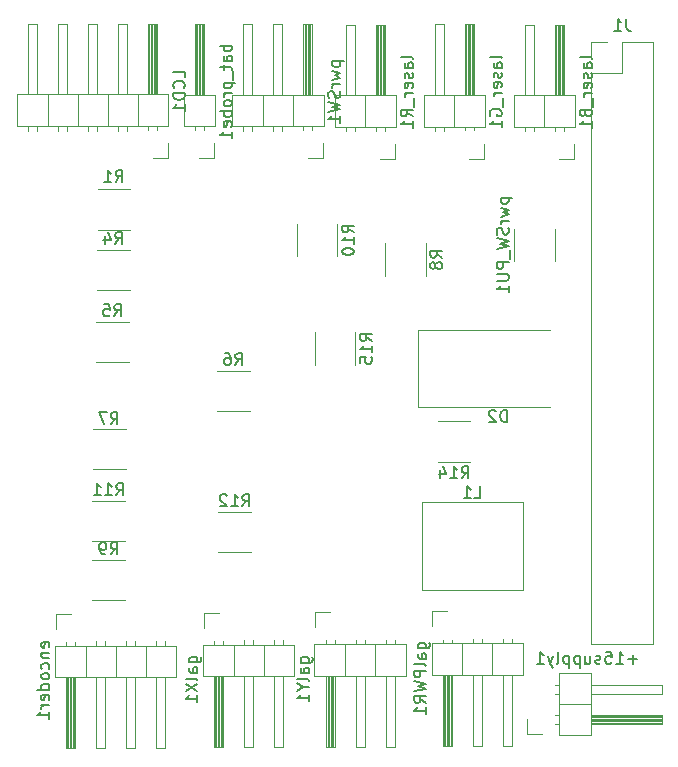
<source format=gbr>
%TF.GenerationSoftware,KiCad,Pcbnew,7.0.10*%
%TF.CreationDate,2024-01-28T16:57:24+01:00*%
%TF.ProjectId,pcb,7063622e-6b69-4636-9164-5f7063625858,rev?*%
%TF.SameCoordinates,Original*%
%TF.FileFunction,Legend,Bot*%
%TF.FilePolarity,Positive*%
%FSLAX46Y46*%
G04 Gerber Fmt 4.6, Leading zero omitted, Abs format (unit mm)*
G04 Created by KiCad (PCBNEW 7.0.10) date 2024-01-28 16:57:24*
%MOMM*%
%LPD*%
G01*
G04 APERTURE LIST*
%ADD10C,0.150000*%
%ADD11C,0.120000*%
G04 APERTURE END LIST*
D10*
X265611266Y-62675219D02*
X266087456Y-62675219D01*
X266087456Y-62675219D02*
X266087456Y-61675219D01*
X264754123Y-62675219D02*
X265325551Y-62675219D01*
X265039837Y-62675219D02*
X265039837Y-61675219D01*
X265039837Y-61675219D02*
X265135075Y-61818076D01*
X265135075Y-61818076D02*
X265230313Y-61913314D01*
X265230313Y-61913314D02*
X265325551Y-61960933D01*
X235218266Y-41162619D02*
X235551599Y-40686428D01*
X235789694Y-41162619D02*
X235789694Y-40162619D01*
X235789694Y-40162619D02*
X235408742Y-40162619D01*
X235408742Y-40162619D02*
X235313504Y-40210238D01*
X235313504Y-40210238D02*
X235265885Y-40257857D01*
X235265885Y-40257857D02*
X235218266Y-40353095D01*
X235218266Y-40353095D02*
X235218266Y-40495952D01*
X235218266Y-40495952D02*
X235265885Y-40591190D01*
X235265885Y-40591190D02*
X235313504Y-40638809D01*
X235313504Y-40638809D02*
X235408742Y-40686428D01*
X235408742Y-40686428D02*
X235789694Y-40686428D01*
X234361123Y-40495952D02*
X234361123Y-41162619D01*
X234599218Y-40115000D02*
X234837313Y-40829285D01*
X234837313Y-40829285D02*
X234218266Y-40829285D01*
X275551219Y-25452266D02*
X275503600Y-25357028D01*
X275503600Y-25357028D02*
X275408361Y-25309409D01*
X275408361Y-25309409D02*
X274551219Y-25309409D01*
X275551219Y-26261790D02*
X275027409Y-26261790D01*
X275027409Y-26261790D02*
X274932171Y-26214171D01*
X274932171Y-26214171D02*
X274884552Y-26118933D01*
X274884552Y-26118933D02*
X274884552Y-25928457D01*
X274884552Y-25928457D02*
X274932171Y-25833219D01*
X275503600Y-26261790D02*
X275551219Y-26166552D01*
X275551219Y-26166552D02*
X275551219Y-25928457D01*
X275551219Y-25928457D02*
X275503600Y-25833219D01*
X275503600Y-25833219D02*
X275408361Y-25785600D01*
X275408361Y-25785600D02*
X275313123Y-25785600D01*
X275313123Y-25785600D02*
X275217885Y-25833219D01*
X275217885Y-25833219D02*
X275170266Y-25928457D01*
X275170266Y-25928457D02*
X275170266Y-26166552D01*
X275170266Y-26166552D02*
X275122647Y-26261790D01*
X275503600Y-26690362D02*
X275551219Y-26785600D01*
X275551219Y-26785600D02*
X275551219Y-26976076D01*
X275551219Y-26976076D02*
X275503600Y-27071314D01*
X275503600Y-27071314D02*
X275408361Y-27118933D01*
X275408361Y-27118933D02*
X275360742Y-27118933D01*
X275360742Y-27118933D02*
X275265504Y-27071314D01*
X275265504Y-27071314D02*
X275217885Y-26976076D01*
X275217885Y-26976076D02*
X275217885Y-26833219D01*
X275217885Y-26833219D02*
X275170266Y-26737981D01*
X275170266Y-26737981D02*
X275075028Y-26690362D01*
X275075028Y-26690362D02*
X275027409Y-26690362D01*
X275027409Y-26690362D02*
X274932171Y-26737981D01*
X274932171Y-26737981D02*
X274884552Y-26833219D01*
X274884552Y-26833219D02*
X274884552Y-26976076D01*
X274884552Y-26976076D02*
X274932171Y-27071314D01*
X275503600Y-27928457D02*
X275551219Y-27833219D01*
X275551219Y-27833219D02*
X275551219Y-27642743D01*
X275551219Y-27642743D02*
X275503600Y-27547505D01*
X275503600Y-27547505D02*
X275408361Y-27499886D01*
X275408361Y-27499886D02*
X275027409Y-27499886D01*
X275027409Y-27499886D02*
X274932171Y-27547505D01*
X274932171Y-27547505D02*
X274884552Y-27642743D01*
X274884552Y-27642743D02*
X274884552Y-27833219D01*
X274884552Y-27833219D02*
X274932171Y-27928457D01*
X274932171Y-27928457D02*
X275027409Y-27976076D01*
X275027409Y-27976076D02*
X275122647Y-27976076D01*
X275122647Y-27976076D02*
X275217885Y-27499886D01*
X275551219Y-28404648D02*
X274884552Y-28404648D01*
X275075028Y-28404648D02*
X274979790Y-28452267D01*
X274979790Y-28452267D02*
X274932171Y-28499886D01*
X274932171Y-28499886D02*
X274884552Y-28595124D01*
X274884552Y-28595124D02*
X274884552Y-28690362D01*
X275646457Y-28785601D02*
X275646457Y-29547505D01*
X275027409Y-30118934D02*
X275075028Y-30261791D01*
X275075028Y-30261791D02*
X275122647Y-30309410D01*
X275122647Y-30309410D02*
X275217885Y-30357029D01*
X275217885Y-30357029D02*
X275360742Y-30357029D01*
X275360742Y-30357029D02*
X275455980Y-30309410D01*
X275455980Y-30309410D02*
X275503600Y-30261791D01*
X275503600Y-30261791D02*
X275551219Y-30166553D01*
X275551219Y-30166553D02*
X275551219Y-29785601D01*
X275551219Y-29785601D02*
X274551219Y-29785601D01*
X274551219Y-29785601D02*
X274551219Y-30118934D01*
X274551219Y-30118934D02*
X274598838Y-30214172D01*
X274598838Y-30214172D02*
X274646457Y-30261791D01*
X274646457Y-30261791D02*
X274741695Y-30309410D01*
X274741695Y-30309410D02*
X274836933Y-30309410D01*
X274836933Y-30309410D02*
X274932171Y-30261791D01*
X274932171Y-30261791D02*
X274979790Y-30214172D01*
X274979790Y-30214172D02*
X275027409Y-30118934D01*
X275027409Y-30118934D02*
X275027409Y-29785601D01*
X275551219Y-31309410D02*
X275551219Y-30737982D01*
X275551219Y-31023696D02*
X274551219Y-31023696D01*
X274551219Y-31023696D02*
X274694076Y-30928458D01*
X274694076Y-30928458D02*
X274789314Y-30833220D01*
X274789314Y-30833220D02*
X274836933Y-30737982D01*
X245393666Y-51398819D02*
X245726999Y-50922628D01*
X245965094Y-51398819D02*
X245965094Y-50398819D01*
X245965094Y-50398819D02*
X245584142Y-50398819D01*
X245584142Y-50398819D02*
X245488904Y-50446438D01*
X245488904Y-50446438D02*
X245441285Y-50494057D01*
X245441285Y-50494057D02*
X245393666Y-50589295D01*
X245393666Y-50589295D02*
X245393666Y-50732152D01*
X245393666Y-50732152D02*
X245441285Y-50827390D01*
X245441285Y-50827390D02*
X245488904Y-50875009D01*
X245488904Y-50875009D02*
X245584142Y-50922628D01*
X245584142Y-50922628D02*
X245965094Y-50922628D01*
X244536523Y-50398819D02*
X244726999Y-50398819D01*
X244726999Y-50398819D02*
X244822237Y-50446438D01*
X244822237Y-50446438D02*
X244869856Y-50494057D01*
X244869856Y-50494057D02*
X244965094Y-50636914D01*
X244965094Y-50636914D02*
X245012713Y-50827390D01*
X245012713Y-50827390D02*
X245012713Y-51208342D01*
X245012713Y-51208342D02*
X244965094Y-51303580D01*
X244965094Y-51303580D02*
X244917475Y-51351200D01*
X244917475Y-51351200D02*
X244822237Y-51398819D01*
X244822237Y-51398819D02*
X244631761Y-51398819D01*
X244631761Y-51398819D02*
X244536523Y-51351200D01*
X244536523Y-51351200D02*
X244488904Y-51303580D01*
X244488904Y-51303580D02*
X244441285Y-51208342D01*
X244441285Y-51208342D02*
X244441285Y-50970247D01*
X244441285Y-50970247D02*
X244488904Y-50875009D01*
X244488904Y-50875009D02*
X244536523Y-50827390D01*
X244536523Y-50827390D02*
X244631761Y-50779771D01*
X244631761Y-50779771D02*
X244822237Y-50779771D01*
X244822237Y-50779771D02*
X244917475Y-50827390D01*
X244917475Y-50827390D02*
X244965094Y-50875009D01*
X244965094Y-50875009D02*
X245012713Y-50970247D01*
X279397885Y-76299266D02*
X278635981Y-76299266D01*
X279016933Y-76680219D02*
X279016933Y-75918314D01*
X277635981Y-76680219D02*
X278207409Y-76680219D01*
X277921695Y-76680219D02*
X277921695Y-75680219D01*
X277921695Y-75680219D02*
X278016933Y-75823076D01*
X278016933Y-75823076D02*
X278112171Y-75918314D01*
X278112171Y-75918314D02*
X278207409Y-75965933D01*
X276731219Y-75680219D02*
X277207409Y-75680219D01*
X277207409Y-75680219D02*
X277255028Y-76156409D01*
X277255028Y-76156409D02*
X277207409Y-76108790D01*
X277207409Y-76108790D02*
X277112171Y-76061171D01*
X277112171Y-76061171D02*
X276874076Y-76061171D01*
X276874076Y-76061171D02*
X276778838Y-76108790D01*
X276778838Y-76108790D02*
X276731219Y-76156409D01*
X276731219Y-76156409D02*
X276683600Y-76251647D01*
X276683600Y-76251647D02*
X276683600Y-76489742D01*
X276683600Y-76489742D02*
X276731219Y-76584980D01*
X276731219Y-76584980D02*
X276778838Y-76632600D01*
X276778838Y-76632600D02*
X276874076Y-76680219D01*
X276874076Y-76680219D02*
X277112171Y-76680219D01*
X277112171Y-76680219D02*
X277207409Y-76632600D01*
X277207409Y-76632600D02*
X277255028Y-76584980D01*
X276302647Y-76632600D02*
X276207409Y-76680219D01*
X276207409Y-76680219D02*
X276016933Y-76680219D01*
X276016933Y-76680219D02*
X275921695Y-76632600D01*
X275921695Y-76632600D02*
X275874076Y-76537361D01*
X275874076Y-76537361D02*
X275874076Y-76489742D01*
X275874076Y-76489742D02*
X275921695Y-76394504D01*
X275921695Y-76394504D02*
X276016933Y-76346885D01*
X276016933Y-76346885D02*
X276159790Y-76346885D01*
X276159790Y-76346885D02*
X276255028Y-76299266D01*
X276255028Y-76299266D02*
X276302647Y-76204028D01*
X276302647Y-76204028D02*
X276302647Y-76156409D01*
X276302647Y-76156409D02*
X276255028Y-76061171D01*
X276255028Y-76061171D02*
X276159790Y-76013552D01*
X276159790Y-76013552D02*
X276016933Y-76013552D01*
X276016933Y-76013552D02*
X275921695Y-76061171D01*
X275016933Y-76013552D02*
X275016933Y-76680219D01*
X275445504Y-76013552D02*
X275445504Y-76537361D01*
X275445504Y-76537361D02*
X275397885Y-76632600D01*
X275397885Y-76632600D02*
X275302647Y-76680219D01*
X275302647Y-76680219D02*
X275159790Y-76680219D01*
X275159790Y-76680219D02*
X275064552Y-76632600D01*
X275064552Y-76632600D02*
X275016933Y-76584980D01*
X274540742Y-76013552D02*
X274540742Y-77013552D01*
X274540742Y-76061171D02*
X274445504Y-76013552D01*
X274445504Y-76013552D02*
X274255028Y-76013552D01*
X274255028Y-76013552D02*
X274159790Y-76061171D01*
X274159790Y-76061171D02*
X274112171Y-76108790D01*
X274112171Y-76108790D02*
X274064552Y-76204028D01*
X274064552Y-76204028D02*
X274064552Y-76489742D01*
X274064552Y-76489742D02*
X274112171Y-76584980D01*
X274112171Y-76584980D02*
X274159790Y-76632600D01*
X274159790Y-76632600D02*
X274255028Y-76680219D01*
X274255028Y-76680219D02*
X274445504Y-76680219D01*
X274445504Y-76680219D02*
X274540742Y-76632600D01*
X273635980Y-76013552D02*
X273635980Y-77013552D01*
X273635980Y-76061171D02*
X273540742Y-76013552D01*
X273540742Y-76013552D02*
X273350266Y-76013552D01*
X273350266Y-76013552D02*
X273255028Y-76061171D01*
X273255028Y-76061171D02*
X273207409Y-76108790D01*
X273207409Y-76108790D02*
X273159790Y-76204028D01*
X273159790Y-76204028D02*
X273159790Y-76489742D01*
X273159790Y-76489742D02*
X273207409Y-76584980D01*
X273207409Y-76584980D02*
X273255028Y-76632600D01*
X273255028Y-76632600D02*
X273350266Y-76680219D01*
X273350266Y-76680219D02*
X273540742Y-76680219D01*
X273540742Y-76680219D02*
X273635980Y-76632600D01*
X272588361Y-76680219D02*
X272683599Y-76632600D01*
X272683599Y-76632600D02*
X272731218Y-76537361D01*
X272731218Y-76537361D02*
X272731218Y-75680219D01*
X272302646Y-76013552D02*
X272064551Y-76680219D01*
X271826456Y-76013552D02*
X272064551Y-76680219D01*
X272064551Y-76680219D02*
X272159789Y-76918314D01*
X272159789Y-76918314D02*
X272207408Y-76965933D01*
X272207408Y-76965933D02*
X272302646Y-77013552D01*
X270921694Y-76680219D02*
X271493122Y-76680219D01*
X271207408Y-76680219D02*
X271207408Y-75680219D01*
X271207408Y-75680219D02*
X271302646Y-75823076D01*
X271302646Y-75823076D02*
X271397884Y-75918314D01*
X271397884Y-75918314D02*
X271493122Y-75965933D01*
X256952419Y-49369742D02*
X256476228Y-49036409D01*
X256952419Y-48798314D02*
X255952419Y-48798314D01*
X255952419Y-48798314D02*
X255952419Y-49179266D01*
X255952419Y-49179266D02*
X256000038Y-49274504D01*
X256000038Y-49274504D02*
X256047657Y-49322123D01*
X256047657Y-49322123D02*
X256142895Y-49369742D01*
X256142895Y-49369742D02*
X256285752Y-49369742D01*
X256285752Y-49369742D02*
X256380990Y-49322123D01*
X256380990Y-49322123D02*
X256428609Y-49274504D01*
X256428609Y-49274504D02*
X256476228Y-49179266D01*
X256476228Y-49179266D02*
X256476228Y-48798314D01*
X256952419Y-50322123D02*
X256952419Y-49750695D01*
X256952419Y-50036409D02*
X255952419Y-50036409D01*
X255952419Y-50036409D02*
X256095276Y-49941171D01*
X256095276Y-49941171D02*
X256190514Y-49845933D01*
X256190514Y-49845933D02*
X256238133Y-49750695D01*
X255952419Y-51226885D02*
X255952419Y-50750695D01*
X255952419Y-50750695D02*
X256428609Y-50703076D01*
X256428609Y-50703076D02*
X256380990Y-50750695D01*
X256380990Y-50750695D02*
X256333371Y-50845933D01*
X256333371Y-50845933D02*
X256333371Y-51084028D01*
X256333371Y-51084028D02*
X256380990Y-51179266D01*
X256380990Y-51179266D02*
X256428609Y-51226885D01*
X256428609Y-51226885D02*
X256523847Y-51274504D01*
X256523847Y-51274504D02*
X256761942Y-51274504D01*
X256761942Y-51274504D02*
X256857180Y-51226885D01*
X256857180Y-51226885D02*
X256904800Y-51179266D01*
X256904800Y-51179266D02*
X256952419Y-51084028D01*
X256952419Y-51084028D02*
X256952419Y-50845933D01*
X256952419Y-50845933D02*
X256904800Y-50750695D01*
X256904800Y-50750695D02*
X256857180Y-50703076D01*
X245982857Y-63362219D02*
X246316190Y-62886028D01*
X246554285Y-63362219D02*
X246554285Y-62362219D01*
X246554285Y-62362219D02*
X246173333Y-62362219D01*
X246173333Y-62362219D02*
X246078095Y-62409838D01*
X246078095Y-62409838D02*
X246030476Y-62457457D01*
X246030476Y-62457457D02*
X245982857Y-62552695D01*
X245982857Y-62552695D02*
X245982857Y-62695552D01*
X245982857Y-62695552D02*
X246030476Y-62790790D01*
X246030476Y-62790790D02*
X246078095Y-62838409D01*
X246078095Y-62838409D02*
X246173333Y-62886028D01*
X246173333Y-62886028D02*
X246554285Y-62886028D01*
X245030476Y-63362219D02*
X245601904Y-63362219D01*
X245316190Y-63362219D02*
X245316190Y-62362219D01*
X245316190Y-62362219D02*
X245411428Y-62505076D01*
X245411428Y-62505076D02*
X245506666Y-62600314D01*
X245506666Y-62600314D02*
X245601904Y-62647933D01*
X244649523Y-62457457D02*
X244601904Y-62409838D01*
X244601904Y-62409838D02*
X244506666Y-62362219D01*
X244506666Y-62362219D02*
X244268571Y-62362219D01*
X244268571Y-62362219D02*
X244173333Y-62409838D01*
X244173333Y-62409838D02*
X244125714Y-62457457D01*
X244125714Y-62457457D02*
X244078095Y-62552695D01*
X244078095Y-62552695D02*
X244078095Y-62647933D01*
X244078095Y-62647933D02*
X244125714Y-62790790D01*
X244125714Y-62790790D02*
X244697142Y-63362219D01*
X244697142Y-63362219D02*
X244078095Y-63362219D01*
X245066219Y-24349237D02*
X244066219Y-24349237D01*
X244447171Y-24349237D02*
X244399552Y-24444475D01*
X244399552Y-24444475D02*
X244399552Y-24634951D01*
X244399552Y-24634951D02*
X244447171Y-24730189D01*
X244447171Y-24730189D02*
X244494790Y-24777808D01*
X244494790Y-24777808D02*
X244590028Y-24825427D01*
X244590028Y-24825427D02*
X244875742Y-24825427D01*
X244875742Y-24825427D02*
X244970980Y-24777808D01*
X244970980Y-24777808D02*
X245018600Y-24730189D01*
X245018600Y-24730189D02*
X245066219Y-24634951D01*
X245066219Y-24634951D02*
X245066219Y-24444475D01*
X245066219Y-24444475D02*
X245018600Y-24349237D01*
X245066219Y-25682570D02*
X244542409Y-25682570D01*
X244542409Y-25682570D02*
X244447171Y-25634951D01*
X244447171Y-25634951D02*
X244399552Y-25539713D01*
X244399552Y-25539713D02*
X244399552Y-25349237D01*
X244399552Y-25349237D02*
X244447171Y-25253999D01*
X245018600Y-25682570D02*
X245066219Y-25587332D01*
X245066219Y-25587332D02*
X245066219Y-25349237D01*
X245066219Y-25349237D02*
X245018600Y-25253999D01*
X245018600Y-25253999D02*
X244923361Y-25206380D01*
X244923361Y-25206380D02*
X244828123Y-25206380D01*
X244828123Y-25206380D02*
X244732885Y-25253999D01*
X244732885Y-25253999D02*
X244685266Y-25349237D01*
X244685266Y-25349237D02*
X244685266Y-25587332D01*
X244685266Y-25587332D02*
X244637647Y-25682570D01*
X244399552Y-26015904D02*
X244399552Y-26396856D01*
X244066219Y-26158761D02*
X244923361Y-26158761D01*
X244923361Y-26158761D02*
X245018600Y-26206380D01*
X245018600Y-26206380D02*
X245066219Y-26301618D01*
X245066219Y-26301618D02*
X245066219Y-26396856D01*
X245161457Y-26492095D02*
X245161457Y-27253999D01*
X244399552Y-27492095D02*
X245399552Y-27492095D01*
X244447171Y-27492095D02*
X244399552Y-27587333D01*
X244399552Y-27587333D02*
X244399552Y-27777809D01*
X244399552Y-27777809D02*
X244447171Y-27873047D01*
X244447171Y-27873047D02*
X244494790Y-27920666D01*
X244494790Y-27920666D02*
X244590028Y-27968285D01*
X244590028Y-27968285D02*
X244875742Y-27968285D01*
X244875742Y-27968285D02*
X244970980Y-27920666D01*
X244970980Y-27920666D02*
X245018600Y-27873047D01*
X245018600Y-27873047D02*
X245066219Y-27777809D01*
X245066219Y-27777809D02*
X245066219Y-27587333D01*
X245066219Y-27587333D02*
X245018600Y-27492095D01*
X245066219Y-28396857D02*
X244399552Y-28396857D01*
X244590028Y-28396857D02*
X244494790Y-28444476D01*
X244494790Y-28444476D02*
X244447171Y-28492095D01*
X244447171Y-28492095D02*
X244399552Y-28587333D01*
X244399552Y-28587333D02*
X244399552Y-28682571D01*
X245066219Y-29158762D02*
X245018600Y-29063524D01*
X245018600Y-29063524D02*
X244970980Y-29015905D01*
X244970980Y-29015905D02*
X244875742Y-28968286D01*
X244875742Y-28968286D02*
X244590028Y-28968286D01*
X244590028Y-28968286D02*
X244494790Y-29015905D01*
X244494790Y-29015905D02*
X244447171Y-29063524D01*
X244447171Y-29063524D02*
X244399552Y-29158762D01*
X244399552Y-29158762D02*
X244399552Y-29301619D01*
X244399552Y-29301619D02*
X244447171Y-29396857D01*
X244447171Y-29396857D02*
X244494790Y-29444476D01*
X244494790Y-29444476D02*
X244590028Y-29492095D01*
X244590028Y-29492095D02*
X244875742Y-29492095D01*
X244875742Y-29492095D02*
X244970980Y-29444476D01*
X244970980Y-29444476D02*
X245018600Y-29396857D01*
X245018600Y-29396857D02*
X245066219Y-29301619D01*
X245066219Y-29301619D02*
X245066219Y-29158762D01*
X245066219Y-29920667D02*
X244066219Y-29920667D01*
X244447171Y-29920667D02*
X244399552Y-30015905D01*
X244399552Y-30015905D02*
X244399552Y-30206381D01*
X244399552Y-30206381D02*
X244447171Y-30301619D01*
X244447171Y-30301619D02*
X244494790Y-30349238D01*
X244494790Y-30349238D02*
X244590028Y-30396857D01*
X244590028Y-30396857D02*
X244875742Y-30396857D01*
X244875742Y-30396857D02*
X244970980Y-30349238D01*
X244970980Y-30349238D02*
X245018600Y-30301619D01*
X245018600Y-30301619D02*
X245066219Y-30206381D01*
X245066219Y-30206381D02*
X245066219Y-30015905D01*
X245066219Y-30015905D02*
X245018600Y-29920667D01*
X245018600Y-31206381D02*
X245066219Y-31111143D01*
X245066219Y-31111143D02*
X245066219Y-30920667D01*
X245066219Y-30920667D02*
X245018600Y-30825429D01*
X245018600Y-30825429D02*
X244923361Y-30777810D01*
X244923361Y-30777810D02*
X244542409Y-30777810D01*
X244542409Y-30777810D02*
X244447171Y-30825429D01*
X244447171Y-30825429D02*
X244399552Y-30920667D01*
X244399552Y-30920667D02*
X244399552Y-31111143D01*
X244399552Y-31111143D02*
X244447171Y-31206381D01*
X244447171Y-31206381D02*
X244542409Y-31254000D01*
X244542409Y-31254000D02*
X244637647Y-31254000D01*
X244637647Y-31254000D02*
X244732885Y-30777810D01*
X245066219Y-32206381D02*
X245066219Y-31634953D01*
X245066219Y-31920667D02*
X244066219Y-31920667D01*
X244066219Y-31920667D02*
X244209076Y-31825429D01*
X244209076Y-31825429D02*
X244304314Y-31730191D01*
X244304314Y-31730191D02*
X244351933Y-31634953D01*
X264548857Y-60991419D02*
X264882190Y-60515228D01*
X265120285Y-60991419D02*
X265120285Y-59991419D01*
X265120285Y-59991419D02*
X264739333Y-59991419D01*
X264739333Y-59991419D02*
X264644095Y-60039038D01*
X264644095Y-60039038D02*
X264596476Y-60086657D01*
X264596476Y-60086657D02*
X264548857Y-60181895D01*
X264548857Y-60181895D02*
X264548857Y-60324752D01*
X264548857Y-60324752D02*
X264596476Y-60419990D01*
X264596476Y-60419990D02*
X264644095Y-60467609D01*
X264644095Y-60467609D02*
X264739333Y-60515228D01*
X264739333Y-60515228D02*
X265120285Y-60515228D01*
X263596476Y-60991419D02*
X264167904Y-60991419D01*
X263882190Y-60991419D02*
X263882190Y-59991419D01*
X263882190Y-59991419D02*
X263977428Y-60134276D01*
X263977428Y-60134276D02*
X264072666Y-60229514D01*
X264072666Y-60229514D02*
X264167904Y-60277133D01*
X262739333Y-60324752D02*
X262739333Y-60991419D01*
X262977428Y-59943800D02*
X263215523Y-60658085D01*
X263215523Y-60658085D02*
X262596476Y-60658085D01*
X278463333Y-22084819D02*
X278463333Y-22799104D01*
X278463333Y-22799104D02*
X278510952Y-22941961D01*
X278510952Y-22941961D02*
X278606190Y-23037200D01*
X278606190Y-23037200D02*
X278749047Y-23084819D01*
X278749047Y-23084819D02*
X278844285Y-23084819D01*
X277463333Y-23084819D02*
X278034761Y-23084819D01*
X277749047Y-23084819D02*
X277749047Y-22084819D01*
X277749047Y-22084819D02*
X277844285Y-22227676D01*
X277844285Y-22227676D02*
X277939523Y-22322914D01*
X277939523Y-22322914D02*
X278034761Y-22370533D01*
X267931219Y-25426866D02*
X267883600Y-25331628D01*
X267883600Y-25331628D02*
X267788361Y-25284009D01*
X267788361Y-25284009D02*
X266931219Y-25284009D01*
X267931219Y-26236390D02*
X267407409Y-26236390D01*
X267407409Y-26236390D02*
X267312171Y-26188771D01*
X267312171Y-26188771D02*
X267264552Y-26093533D01*
X267264552Y-26093533D02*
X267264552Y-25903057D01*
X267264552Y-25903057D02*
X267312171Y-25807819D01*
X267883600Y-26236390D02*
X267931219Y-26141152D01*
X267931219Y-26141152D02*
X267931219Y-25903057D01*
X267931219Y-25903057D02*
X267883600Y-25807819D01*
X267883600Y-25807819D02*
X267788361Y-25760200D01*
X267788361Y-25760200D02*
X267693123Y-25760200D01*
X267693123Y-25760200D02*
X267597885Y-25807819D01*
X267597885Y-25807819D02*
X267550266Y-25903057D01*
X267550266Y-25903057D02*
X267550266Y-26141152D01*
X267550266Y-26141152D02*
X267502647Y-26236390D01*
X267883600Y-26664962D02*
X267931219Y-26760200D01*
X267931219Y-26760200D02*
X267931219Y-26950676D01*
X267931219Y-26950676D02*
X267883600Y-27045914D01*
X267883600Y-27045914D02*
X267788361Y-27093533D01*
X267788361Y-27093533D02*
X267740742Y-27093533D01*
X267740742Y-27093533D02*
X267645504Y-27045914D01*
X267645504Y-27045914D02*
X267597885Y-26950676D01*
X267597885Y-26950676D02*
X267597885Y-26807819D01*
X267597885Y-26807819D02*
X267550266Y-26712581D01*
X267550266Y-26712581D02*
X267455028Y-26664962D01*
X267455028Y-26664962D02*
X267407409Y-26664962D01*
X267407409Y-26664962D02*
X267312171Y-26712581D01*
X267312171Y-26712581D02*
X267264552Y-26807819D01*
X267264552Y-26807819D02*
X267264552Y-26950676D01*
X267264552Y-26950676D02*
X267312171Y-27045914D01*
X267883600Y-27903057D02*
X267931219Y-27807819D01*
X267931219Y-27807819D02*
X267931219Y-27617343D01*
X267931219Y-27617343D02*
X267883600Y-27522105D01*
X267883600Y-27522105D02*
X267788361Y-27474486D01*
X267788361Y-27474486D02*
X267407409Y-27474486D01*
X267407409Y-27474486D02*
X267312171Y-27522105D01*
X267312171Y-27522105D02*
X267264552Y-27617343D01*
X267264552Y-27617343D02*
X267264552Y-27807819D01*
X267264552Y-27807819D02*
X267312171Y-27903057D01*
X267312171Y-27903057D02*
X267407409Y-27950676D01*
X267407409Y-27950676D02*
X267502647Y-27950676D01*
X267502647Y-27950676D02*
X267597885Y-27474486D01*
X267931219Y-28379248D02*
X267264552Y-28379248D01*
X267455028Y-28379248D02*
X267359790Y-28426867D01*
X267359790Y-28426867D02*
X267312171Y-28474486D01*
X267312171Y-28474486D02*
X267264552Y-28569724D01*
X267264552Y-28569724D02*
X267264552Y-28664962D01*
X268026457Y-28760201D02*
X268026457Y-29522105D01*
X266978838Y-30284010D02*
X266931219Y-30188772D01*
X266931219Y-30188772D02*
X266931219Y-30045915D01*
X266931219Y-30045915D02*
X266978838Y-29903058D01*
X266978838Y-29903058D02*
X267074076Y-29807820D01*
X267074076Y-29807820D02*
X267169314Y-29760201D01*
X267169314Y-29760201D02*
X267359790Y-29712582D01*
X267359790Y-29712582D02*
X267502647Y-29712582D01*
X267502647Y-29712582D02*
X267693123Y-29760201D01*
X267693123Y-29760201D02*
X267788361Y-29807820D01*
X267788361Y-29807820D02*
X267883600Y-29903058D01*
X267883600Y-29903058D02*
X267931219Y-30045915D01*
X267931219Y-30045915D02*
X267931219Y-30141153D01*
X267931219Y-30141153D02*
X267883600Y-30284010D01*
X267883600Y-30284010D02*
X267835980Y-30331629D01*
X267835980Y-30331629D02*
X267502647Y-30331629D01*
X267502647Y-30331629D02*
X267502647Y-30141153D01*
X267931219Y-31284010D02*
X267931219Y-30712582D01*
X267931219Y-30998296D02*
X266931219Y-30998296D01*
X266931219Y-30998296D02*
X267074076Y-30903058D01*
X267074076Y-30903058D02*
X267169314Y-30807820D01*
X267169314Y-30807820D02*
X267216933Y-30712582D01*
X234837266Y-67426219D02*
X235170599Y-66950028D01*
X235408694Y-67426219D02*
X235408694Y-66426219D01*
X235408694Y-66426219D02*
X235027742Y-66426219D01*
X235027742Y-66426219D02*
X234932504Y-66473838D01*
X234932504Y-66473838D02*
X234884885Y-66521457D01*
X234884885Y-66521457D02*
X234837266Y-66616695D01*
X234837266Y-66616695D02*
X234837266Y-66759552D01*
X234837266Y-66759552D02*
X234884885Y-66854790D01*
X234884885Y-66854790D02*
X234932504Y-66902409D01*
X234932504Y-66902409D02*
X235027742Y-66950028D01*
X235027742Y-66950028D02*
X235408694Y-66950028D01*
X234361075Y-67426219D02*
X234170599Y-67426219D01*
X234170599Y-67426219D02*
X234075361Y-67378600D01*
X234075361Y-67378600D02*
X234027742Y-67330980D01*
X234027742Y-67330980D02*
X233932504Y-67188123D01*
X233932504Y-67188123D02*
X233884885Y-66997647D01*
X233884885Y-66997647D02*
X233884885Y-66616695D01*
X233884885Y-66616695D02*
X233932504Y-66521457D01*
X233932504Y-66521457D02*
X233980123Y-66473838D01*
X233980123Y-66473838D02*
X234075361Y-66426219D01*
X234075361Y-66426219D02*
X234265837Y-66426219D01*
X234265837Y-66426219D02*
X234361075Y-66473838D01*
X234361075Y-66473838D02*
X234408694Y-66521457D01*
X234408694Y-66521457D02*
X234456313Y-66616695D01*
X234456313Y-66616695D02*
X234456313Y-66854790D01*
X234456313Y-66854790D02*
X234408694Y-66950028D01*
X234408694Y-66950028D02*
X234361075Y-66997647D01*
X234361075Y-66997647D02*
X234265837Y-67045266D01*
X234265837Y-67045266D02*
X234075361Y-67045266D01*
X234075361Y-67045266D02*
X233980123Y-66997647D01*
X233980123Y-66997647D02*
X233932504Y-66950028D01*
X233932504Y-66950028D02*
X233884885Y-66854790D01*
X235313457Y-62422419D02*
X235646790Y-61946228D01*
X235884885Y-62422419D02*
X235884885Y-61422419D01*
X235884885Y-61422419D02*
X235503933Y-61422419D01*
X235503933Y-61422419D02*
X235408695Y-61470038D01*
X235408695Y-61470038D02*
X235361076Y-61517657D01*
X235361076Y-61517657D02*
X235313457Y-61612895D01*
X235313457Y-61612895D02*
X235313457Y-61755752D01*
X235313457Y-61755752D02*
X235361076Y-61850990D01*
X235361076Y-61850990D02*
X235408695Y-61898609D01*
X235408695Y-61898609D02*
X235503933Y-61946228D01*
X235503933Y-61946228D02*
X235884885Y-61946228D01*
X234361076Y-62422419D02*
X234932504Y-62422419D01*
X234646790Y-62422419D02*
X234646790Y-61422419D01*
X234646790Y-61422419D02*
X234742028Y-61565276D01*
X234742028Y-61565276D02*
X234837266Y-61660514D01*
X234837266Y-61660514D02*
X234932504Y-61708133D01*
X233408695Y-62422419D02*
X233980123Y-62422419D01*
X233694409Y-62422419D02*
X233694409Y-61422419D01*
X233694409Y-61422419D02*
X233789647Y-61565276D01*
X233789647Y-61565276D02*
X233884885Y-61660514D01*
X233884885Y-61660514D02*
X233980123Y-61708133D01*
X262896019Y-42302133D02*
X262419828Y-41968800D01*
X262896019Y-41730705D02*
X261896019Y-41730705D01*
X261896019Y-41730705D02*
X261896019Y-42111657D01*
X261896019Y-42111657D02*
X261943638Y-42206895D01*
X261943638Y-42206895D02*
X261991257Y-42254514D01*
X261991257Y-42254514D02*
X262086495Y-42302133D01*
X262086495Y-42302133D02*
X262229352Y-42302133D01*
X262229352Y-42302133D02*
X262324590Y-42254514D01*
X262324590Y-42254514D02*
X262372209Y-42206895D01*
X262372209Y-42206895D02*
X262419828Y-42111657D01*
X262419828Y-42111657D02*
X262419828Y-41730705D01*
X262324590Y-42873562D02*
X262276971Y-42778324D01*
X262276971Y-42778324D02*
X262229352Y-42730705D01*
X262229352Y-42730705D02*
X262134114Y-42683086D01*
X262134114Y-42683086D02*
X262086495Y-42683086D01*
X262086495Y-42683086D02*
X261991257Y-42730705D01*
X261991257Y-42730705D02*
X261943638Y-42778324D01*
X261943638Y-42778324D02*
X261896019Y-42873562D01*
X261896019Y-42873562D02*
X261896019Y-43064038D01*
X261896019Y-43064038D02*
X261943638Y-43159276D01*
X261943638Y-43159276D02*
X261991257Y-43206895D01*
X261991257Y-43206895D02*
X262086495Y-43254514D01*
X262086495Y-43254514D02*
X262134114Y-43254514D01*
X262134114Y-43254514D02*
X262229352Y-43206895D01*
X262229352Y-43206895D02*
X262276971Y-43159276D01*
X262276971Y-43159276D02*
X262324590Y-43064038D01*
X262324590Y-43064038D02*
X262324590Y-42873562D01*
X262324590Y-42873562D02*
X262372209Y-42778324D01*
X262372209Y-42778324D02*
X262419828Y-42730705D01*
X262419828Y-42730705D02*
X262515066Y-42683086D01*
X262515066Y-42683086D02*
X262705542Y-42683086D01*
X262705542Y-42683086D02*
X262800780Y-42730705D01*
X262800780Y-42730705D02*
X262848400Y-42778324D01*
X262848400Y-42778324D02*
X262896019Y-42873562D01*
X262896019Y-42873562D02*
X262896019Y-43064038D01*
X262896019Y-43064038D02*
X262848400Y-43159276D01*
X262848400Y-43159276D02*
X262800780Y-43206895D01*
X262800780Y-43206895D02*
X262705542Y-43254514D01*
X262705542Y-43254514D02*
X262515066Y-43254514D01*
X262515066Y-43254514D02*
X262419828Y-43206895D01*
X262419828Y-43206895D02*
X262372209Y-43159276D01*
X262372209Y-43159276D02*
X262324590Y-43064038D01*
X235142066Y-47258619D02*
X235475399Y-46782428D01*
X235713494Y-47258619D02*
X235713494Y-46258619D01*
X235713494Y-46258619D02*
X235332542Y-46258619D01*
X235332542Y-46258619D02*
X235237304Y-46306238D01*
X235237304Y-46306238D02*
X235189685Y-46353857D01*
X235189685Y-46353857D02*
X235142066Y-46449095D01*
X235142066Y-46449095D02*
X235142066Y-46591952D01*
X235142066Y-46591952D02*
X235189685Y-46687190D01*
X235189685Y-46687190D02*
X235237304Y-46734809D01*
X235237304Y-46734809D02*
X235332542Y-46782428D01*
X235332542Y-46782428D02*
X235713494Y-46782428D01*
X234237304Y-46258619D02*
X234713494Y-46258619D01*
X234713494Y-46258619D02*
X234761113Y-46734809D01*
X234761113Y-46734809D02*
X234713494Y-46687190D01*
X234713494Y-46687190D02*
X234618256Y-46639571D01*
X234618256Y-46639571D02*
X234380161Y-46639571D01*
X234380161Y-46639571D02*
X234284923Y-46687190D01*
X234284923Y-46687190D02*
X234237304Y-46734809D01*
X234237304Y-46734809D02*
X234189685Y-46830047D01*
X234189685Y-46830047D02*
X234189685Y-47068142D01*
X234189685Y-47068142D02*
X234237304Y-47163380D01*
X234237304Y-47163380D02*
X234284923Y-47211000D01*
X234284923Y-47211000D02*
X234380161Y-47258619D01*
X234380161Y-47258619D02*
X234618256Y-47258619D01*
X234618256Y-47258619D02*
X234713494Y-47211000D01*
X234713494Y-47211000D02*
X234761113Y-47163380D01*
X229588000Y-75302075D02*
X229635619Y-75206837D01*
X229635619Y-75206837D02*
X229635619Y-75016361D01*
X229635619Y-75016361D02*
X229588000Y-74921123D01*
X229588000Y-74921123D02*
X229492761Y-74873504D01*
X229492761Y-74873504D02*
X229111809Y-74873504D01*
X229111809Y-74873504D02*
X229016571Y-74921123D01*
X229016571Y-74921123D02*
X228968952Y-75016361D01*
X228968952Y-75016361D02*
X228968952Y-75206837D01*
X228968952Y-75206837D02*
X229016571Y-75302075D01*
X229016571Y-75302075D02*
X229111809Y-75349694D01*
X229111809Y-75349694D02*
X229207047Y-75349694D01*
X229207047Y-75349694D02*
X229302285Y-74873504D01*
X228968952Y-75778266D02*
X229635619Y-75778266D01*
X229064190Y-75778266D02*
X229016571Y-75825885D01*
X229016571Y-75825885D02*
X228968952Y-75921123D01*
X228968952Y-75921123D02*
X228968952Y-76063980D01*
X228968952Y-76063980D02*
X229016571Y-76159218D01*
X229016571Y-76159218D02*
X229111809Y-76206837D01*
X229111809Y-76206837D02*
X229635619Y-76206837D01*
X229588000Y-77111599D02*
X229635619Y-77016361D01*
X229635619Y-77016361D02*
X229635619Y-76825885D01*
X229635619Y-76825885D02*
X229588000Y-76730647D01*
X229588000Y-76730647D02*
X229540380Y-76683028D01*
X229540380Y-76683028D02*
X229445142Y-76635409D01*
X229445142Y-76635409D02*
X229159428Y-76635409D01*
X229159428Y-76635409D02*
X229064190Y-76683028D01*
X229064190Y-76683028D02*
X229016571Y-76730647D01*
X229016571Y-76730647D02*
X228968952Y-76825885D01*
X228968952Y-76825885D02*
X228968952Y-77016361D01*
X228968952Y-77016361D02*
X229016571Y-77111599D01*
X229635619Y-77683028D02*
X229588000Y-77587790D01*
X229588000Y-77587790D02*
X229540380Y-77540171D01*
X229540380Y-77540171D02*
X229445142Y-77492552D01*
X229445142Y-77492552D02*
X229159428Y-77492552D01*
X229159428Y-77492552D02*
X229064190Y-77540171D01*
X229064190Y-77540171D02*
X229016571Y-77587790D01*
X229016571Y-77587790D02*
X228968952Y-77683028D01*
X228968952Y-77683028D02*
X228968952Y-77825885D01*
X228968952Y-77825885D02*
X229016571Y-77921123D01*
X229016571Y-77921123D02*
X229064190Y-77968742D01*
X229064190Y-77968742D02*
X229159428Y-78016361D01*
X229159428Y-78016361D02*
X229445142Y-78016361D01*
X229445142Y-78016361D02*
X229540380Y-77968742D01*
X229540380Y-77968742D02*
X229588000Y-77921123D01*
X229588000Y-77921123D02*
X229635619Y-77825885D01*
X229635619Y-77825885D02*
X229635619Y-77683028D01*
X229635619Y-78873504D02*
X228635619Y-78873504D01*
X229588000Y-78873504D02*
X229635619Y-78778266D01*
X229635619Y-78778266D02*
X229635619Y-78587790D01*
X229635619Y-78587790D02*
X229588000Y-78492552D01*
X229588000Y-78492552D02*
X229540380Y-78444933D01*
X229540380Y-78444933D02*
X229445142Y-78397314D01*
X229445142Y-78397314D02*
X229159428Y-78397314D01*
X229159428Y-78397314D02*
X229064190Y-78444933D01*
X229064190Y-78444933D02*
X229016571Y-78492552D01*
X229016571Y-78492552D02*
X228968952Y-78587790D01*
X228968952Y-78587790D02*
X228968952Y-78778266D01*
X228968952Y-78778266D02*
X229016571Y-78873504D01*
X229588000Y-79730647D02*
X229635619Y-79635409D01*
X229635619Y-79635409D02*
X229635619Y-79444933D01*
X229635619Y-79444933D02*
X229588000Y-79349695D01*
X229588000Y-79349695D02*
X229492761Y-79302076D01*
X229492761Y-79302076D02*
X229111809Y-79302076D01*
X229111809Y-79302076D02*
X229016571Y-79349695D01*
X229016571Y-79349695D02*
X228968952Y-79444933D01*
X228968952Y-79444933D02*
X228968952Y-79635409D01*
X228968952Y-79635409D02*
X229016571Y-79730647D01*
X229016571Y-79730647D02*
X229111809Y-79778266D01*
X229111809Y-79778266D02*
X229207047Y-79778266D01*
X229207047Y-79778266D02*
X229302285Y-79302076D01*
X229635619Y-80206838D02*
X228968952Y-80206838D01*
X229159428Y-80206838D02*
X229064190Y-80254457D01*
X229064190Y-80254457D02*
X229016571Y-80302076D01*
X229016571Y-80302076D02*
X228968952Y-80397314D01*
X228968952Y-80397314D02*
X228968952Y-80492552D01*
X229635619Y-81349695D02*
X229635619Y-80778267D01*
X229635619Y-81063981D02*
X228635619Y-81063981D01*
X228635619Y-81063981D02*
X228778476Y-80968743D01*
X228778476Y-80968743D02*
X228873714Y-80873505D01*
X228873714Y-80873505D02*
X228921333Y-80778267D01*
X260865352Y-75370380D02*
X261674876Y-75370380D01*
X261674876Y-75370380D02*
X261770114Y-75322761D01*
X261770114Y-75322761D02*
X261817733Y-75275142D01*
X261817733Y-75275142D02*
X261865352Y-75179904D01*
X261865352Y-75179904D02*
X261865352Y-75037047D01*
X261865352Y-75037047D02*
X261817733Y-74941809D01*
X261484400Y-75370380D02*
X261532019Y-75275142D01*
X261532019Y-75275142D02*
X261532019Y-75084666D01*
X261532019Y-75084666D02*
X261484400Y-74989428D01*
X261484400Y-74989428D02*
X261436780Y-74941809D01*
X261436780Y-74941809D02*
X261341542Y-74894190D01*
X261341542Y-74894190D02*
X261055828Y-74894190D01*
X261055828Y-74894190D02*
X260960590Y-74941809D01*
X260960590Y-74941809D02*
X260912971Y-74989428D01*
X260912971Y-74989428D02*
X260865352Y-75084666D01*
X260865352Y-75084666D02*
X260865352Y-75275142D01*
X260865352Y-75275142D02*
X260912971Y-75370380D01*
X261532019Y-76275142D02*
X261008209Y-76275142D01*
X261008209Y-76275142D02*
X260912971Y-76227523D01*
X260912971Y-76227523D02*
X260865352Y-76132285D01*
X260865352Y-76132285D02*
X260865352Y-75941809D01*
X260865352Y-75941809D02*
X260912971Y-75846571D01*
X261484400Y-76275142D02*
X261532019Y-76179904D01*
X261532019Y-76179904D02*
X261532019Y-75941809D01*
X261532019Y-75941809D02*
X261484400Y-75846571D01*
X261484400Y-75846571D02*
X261389161Y-75798952D01*
X261389161Y-75798952D02*
X261293923Y-75798952D01*
X261293923Y-75798952D02*
X261198685Y-75846571D01*
X261198685Y-75846571D02*
X261151066Y-75941809D01*
X261151066Y-75941809D02*
X261151066Y-76179904D01*
X261151066Y-76179904D02*
X261103447Y-76275142D01*
X261532019Y-76894190D02*
X261484400Y-76798952D01*
X261484400Y-76798952D02*
X261389161Y-76751333D01*
X261389161Y-76751333D02*
X260532019Y-76751333D01*
X261532019Y-77275143D02*
X260532019Y-77275143D01*
X260532019Y-77275143D02*
X260532019Y-77656095D01*
X260532019Y-77656095D02*
X260579638Y-77751333D01*
X260579638Y-77751333D02*
X260627257Y-77798952D01*
X260627257Y-77798952D02*
X260722495Y-77846571D01*
X260722495Y-77846571D02*
X260865352Y-77846571D01*
X260865352Y-77846571D02*
X260960590Y-77798952D01*
X260960590Y-77798952D02*
X261008209Y-77751333D01*
X261008209Y-77751333D02*
X261055828Y-77656095D01*
X261055828Y-77656095D02*
X261055828Y-77275143D01*
X260532019Y-78179905D02*
X261532019Y-78418000D01*
X261532019Y-78418000D02*
X260817733Y-78608476D01*
X260817733Y-78608476D02*
X261532019Y-78798952D01*
X261532019Y-78798952D02*
X260532019Y-79037048D01*
X261532019Y-79989428D02*
X261055828Y-79656095D01*
X261532019Y-79418000D02*
X260532019Y-79418000D01*
X260532019Y-79418000D02*
X260532019Y-79798952D01*
X260532019Y-79798952D02*
X260579638Y-79894190D01*
X260579638Y-79894190D02*
X260627257Y-79941809D01*
X260627257Y-79941809D02*
X260722495Y-79989428D01*
X260722495Y-79989428D02*
X260865352Y-79989428D01*
X260865352Y-79989428D02*
X260960590Y-79941809D01*
X260960590Y-79941809D02*
X261008209Y-79894190D01*
X261008209Y-79894190D02*
X261055828Y-79798952D01*
X261055828Y-79798952D02*
X261055828Y-79418000D01*
X261532019Y-80941809D02*
X261532019Y-80370381D01*
X261532019Y-80656095D02*
X260532019Y-80656095D01*
X260532019Y-80656095D02*
X260674876Y-80560857D01*
X260674876Y-80560857D02*
X260770114Y-80465619D01*
X260770114Y-80465619D02*
X260817733Y-80370381D01*
X267851352Y-37258209D02*
X268851352Y-37258209D01*
X267898971Y-37258209D02*
X267851352Y-37353447D01*
X267851352Y-37353447D02*
X267851352Y-37543923D01*
X267851352Y-37543923D02*
X267898971Y-37639161D01*
X267898971Y-37639161D02*
X267946590Y-37686780D01*
X267946590Y-37686780D02*
X268041828Y-37734399D01*
X268041828Y-37734399D02*
X268327542Y-37734399D01*
X268327542Y-37734399D02*
X268422780Y-37686780D01*
X268422780Y-37686780D02*
X268470400Y-37639161D01*
X268470400Y-37639161D02*
X268518019Y-37543923D01*
X268518019Y-37543923D02*
X268518019Y-37353447D01*
X268518019Y-37353447D02*
X268470400Y-37258209D01*
X267851352Y-38067733D02*
X268518019Y-38258209D01*
X268518019Y-38258209D02*
X268041828Y-38448685D01*
X268041828Y-38448685D02*
X268518019Y-38639161D01*
X268518019Y-38639161D02*
X267851352Y-38829637D01*
X268518019Y-39210590D02*
X267851352Y-39210590D01*
X268041828Y-39210590D02*
X267946590Y-39258209D01*
X267946590Y-39258209D02*
X267898971Y-39305828D01*
X267898971Y-39305828D02*
X267851352Y-39401066D01*
X267851352Y-39401066D02*
X267851352Y-39496304D01*
X268470400Y-39782019D02*
X268518019Y-39924876D01*
X268518019Y-39924876D02*
X268518019Y-40162971D01*
X268518019Y-40162971D02*
X268470400Y-40258209D01*
X268470400Y-40258209D02*
X268422780Y-40305828D01*
X268422780Y-40305828D02*
X268327542Y-40353447D01*
X268327542Y-40353447D02*
X268232304Y-40353447D01*
X268232304Y-40353447D02*
X268137066Y-40305828D01*
X268137066Y-40305828D02*
X268089447Y-40258209D01*
X268089447Y-40258209D02*
X268041828Y-40162971D01*
X268041828Y-40162971D02*
X267994209Y-39972495D01*
X267994209Y-39972495D02*
X267946590Y-39877257D01*
X267946590Y-39877257D02*
X267898971Y-39829638D01*
X267898971Y-39829638D02*
X267803733Y-39782019D01*
X267803733Y-39782019D02*
X267708495Y-39782019D01*
X267708495Y-39782019D02*
X267613257Y-39829638D01*
X267613257Y-39829638D02*
X267565638Y-39877257D01*
X267565638Y-39877257D02*
X267518019Y-39972495D01*
X267518019Y-39972495D02*
X267518019Y-40210590D01*
X267518019Y-40210590D02*
X267565638Y-40353447D01*
X267518019Y-40686781D02*
X268518019Y-40924876D01*
X268518019Y-40924876D02*
X267803733Y-41115352D01*
X267803733Y-41115352D02*
X268518019Y-41305828D01*
X268518019Y-41305828D02*
X267518019Y-41543924D01*
X268613257Y-41686781D02*
X268613257Y-42448685D01*
X268518019Y-42686781D02*
X267518019Y-42686781D01*
X267518019Y-42686781D02*
X267518019Y-43067733D01*
X267518019Y-43067733D02*
X267565638Y-43162971D01*
X267565638Y-43162971D02*
X267613257Y-43210590D01*
X267613257Y-43210590D02*
X267708495Y-43258209D01*
X267708495Y-43258209D02*
X267851352Y-43258209D01*
X267851352Y-43258209D02*
X267946590Y-43210590D01*
X267946590Y-43210590D02*
X267994209Y-43162971D01*
X267994209Y-43162971D02*
X268041828Y-43067733D01*
X268041828Y-43067733D02*
X268041828Y-42686781D01*
X267518019Y-43686781D02*
X268327542Y-43686781D01*
X268327542Y-43686781D02*
X268422780Y-43734400D01*
X268422780Y-43734400D02*
X268470400Y-43782019D01*
X268470400Y-43782019D02*
X268518019Y-43877257D01*
X268518019Y-43877257D02*
X268518019Y-44067733D01*
X268518019Y-44067733D02*
X268470400Y-44162971D01*
X268470400Y-44162971D02*
X268422780Y-44210590D01*
X268422780Y-44210590D02*
X268327542Y-44258209D01*
X268327542Y-44258209D02*
X267518019Y-44258209D01*
X268518019Y-45258209D02*
X268518019Y-44686781D01*
X268518019Y-44972495D02*
X267518019Y-44972495D01*
X267518019Y-44972495D02*
X267660876Y-44877257D01*
X267660876Y-44877257D02*
X267756114Y-44782019D01*
X267756114Y-44782019D02*
X267803733Y-44686781D01*
X235243666Y-35913219D02*
X235576999Y-35437028D01*
X235815094Y-35913219D02*
X235815094Y-34913219D01*
X235815094Y-34913219D02*
X235434142Y-34913219D01*
X235434142Y-34913219D02*
X235338904Y-34960838D01*
X235338904Y-34960838D02*
X235291285Y-35008457D01*
X235291285Y-35008457D02*
X235243666Y-35103695D01*
X235243666Y-35103695D02*
X235243666Y-35246552D01*
X235243666Y-35246552D02*
X235291285Y-35341790D01*
X235291285Y-35341790D02*
X235338904Y-35389409D01*
X235338904Y-35389409D02*
X235434142Y-35437028D01*
X235434142Y-35437028D02*
X235815094Y-35437028D01*
X234291285Y-35913219D02*
X234862713Y-35913219D01*
X234576999Y-35913219D02*
X234576999Y-34913219D01*
X234576999Y-34913219D02*
X234672237Y-35056076D01*
X234672237Y-35056076D02*
X234767475Y-35151314D01*
X234767475Y-35151314D02*
X234862713Y-35198933D01*
X234837266Y-56411019D02*
X235170599Y-55934828D01*
X235408694Y-56411019D02*
X235408694Y-55411019D01*
X235408694Y-55411019D02*
X235027742Y-55411019D01*
X235027742Y-55411019D02*
X234932504Y-55458638D01*
X234932504Y-55458638D02*
X234884885Y-55506257D01*
X234884885Y-55506257D02*
X234837266Y-55601495D01*
X234837266Y-55601495D02*
X234837266Y-55744352D01*
X234837266Y-55744352D02*
X234884885Y-55839590D01*
X234884885Y-55839590D02*
X234932504Y-55887209D01*
X234932504Y-55887209D02*
X235027742Y-55934828D01*
X235027742Y-55934828D02*
X235408694Y-55934828D01*
X234503932Y-55411019D02*
X233837266Y-55411019D01*
X233837266Y-55411019D02*
X234265837Y-56411019D01*
X253594352Y-25682571D02*
X254594352Y-25682571D01*
X253641971Y-25682571D02*
X253594352Y-25777809D01*
X253594352Y-25777809D02*
X253594352Y-25968285D01*
X253594352Y-25968285D02*
X253641971Y-26063523D01*
X253641971Y-26063523D02*
X253689590Y-26111142D01*
X253689590Y-26111142D02*
X253784828Y-26158761D01*
X253784828Y-26158761D02*
X254070542Y-26158761D01*
X254070542Y-26158761D02*
X254165780Y-26111142D01*
X254165780Y-26111142D02*
X254213400Y-26063523D01*
X254213400Y-26063523D02*
X254261019Y-25968285D01*
X254261019Y-25968285D02*
X254261019Y-25777809D01*
X254261019Y-25777809D02*
X254213400Y-25682571D01*
X253594352Y-26492095D02*
X254261019Y-26682571D01*
X254261019Y-26682571D02*
X253784828Y-26873047D01*
X253784828Y-26873047D02*
X254261019Y-27063523D01*
X254261019Y-27063523D02*
X253594352Y-27253999D01*
X254261019Y-27634952D02*
X253594352Y-27634952D01*
X253784828Y-27634952D02*
X253689590Y-27682571D01*
X253689590Y-27682571D02*
X253641971Y-27730190D01*
X253641971Y-27730190D02*
X253594352Y-27825428D01*
X253594352Y-27825428D02*
X253594352Y-27920666D01*
X254213400Y-28206381D02*
X254261019Y-28349238D01*
X254261019Y-28349238D02*
X254261019Y-28587333D01*
X254261019Y-28587333D02*
X254213400Y-28682571D01*
X254213400Y-28682571D02*
X254165780Y-28730190D01*
X254165780Y-28730190D02*
X254070542Y-28777809D01*
X254070542Y-28777809D02*
X253975304Y-28777809D01*
X253975304Y-28777809D02*
X253880066Y-28730190D01*
X253880066Y-28730190D02*
X253832447Y-28682571D01*
X253832447Y-28682571D02*
X253784828Y-28587333D01*
X253784828Y-28587333D02*
X253737209Y-28396857D01*
X253737209Y-28396857D02*
X253689590Y-28301619D01*
X253689590Y-28301619D02*
X253641971Y-28254000D01*
X253641971Y-28254000D02*
X253546733Y-28206381D01*
X253546733Y-28206381D02*
X253451495Y-28206381D01*
X253451495Y-28206381D02*
X253356257Y-28254000D01*
X253356257Y-28254000D02*
X253308638Y-28301619D01*
X253308638Y-28301619D02*
X253261019Y-28396857D01*
X253261019Y-28396857D02*
X253261019Y-28634952D01*
X253261019Y-28634952D02*
X253308638Y-28777809D01*
X253261019Y-29111143D02*
X254261019Y-29349238D01*
X254261019Y-29349238D02*
X253546733Y-29539714D01*
X253546733Y-29539714D02*
X254261019Y-29730190D01*
X254261019Y-29730190D02*
X253261019Y-29968286D01*
X254261019Y-30873047D02*
X254261019Y-30301619D01*
X254261019Y-30587333D02*
X253261019Y-30587333D01*
X253261019Y-30587333D02*
X253403876Y-30492095D01*
X253403876Y-30492095D02*
X253499114Y-30396857D01*
X253499114Y-30396857D02*
X253546733Y-30301619D01*
X255428419Y-40174942D02*
X254952228Y-39841609D01*
X255428419Y-39603514D02*
X254428419Y-39603514D01*
X254428419Y-39603514D02*
X254428419Y-39984466D01*
X254428419Y-39984466D02*
X254476038Y-40079704D01*
X254476038Y-40079704D02*
X254523657Y-40127323D01*
X254523657Y-40127323D02*
X254618895Y-40174942D01*
X254618895Y-40174942D02*
X254761752Y-40174942D01*
X254761752Y-40174942D02*
X254856990Y-40127323D01*
X254856990Y-40127323D02*
X254904609Y-40079704D01*
X254904609Y-40079704D02*
X254952228Y-39984466D01*
X254952228Y-39984466D02*
X254952228Y-39603514D01*
X255428419Y-41127323D02*
X255428419Y-40555895D01*
X255428419Y-40841609D02*
X254428419Y-40841609D01*
X254428419Y-40841609D02*
X254571276Y-40746371D01*
X254571276Y-40746371D02*
X254666514Y-40651133D01*
X254666514Y-40651133D02*
X254714133Y-40555895D01*
X254428419Y-41746371D02*
X254428419Y-41841609D01*
X254428419Y-41841609D02*
X254476038Y-41936847D01*
X254476038Y-41936847D02*
X254523657Y-41984466D01*
X254523657Y-41984466D02*
X254618895Y-42032085D01*
X254618895Y-42032085D02*
X254809371Y-42079704D01*
X254809371Y-42079704D02*
X255047466Y-42079704D01*
X255047466Y-42079704D02*
X255237942Y-42032085D01*
X255237942Y-42032085D02*
X255333180Y-41984466D01*
X255333180Y-41984466D02*
X255380800Y-41936847D01*
X255380800Y-41936847D02*
X255428419Y-41841609D01*
X255428419Y-41841609D02*
X255428419Y-41746371D01*
X255428419Y-41746371D02*
X255380800Y-41651133D01*
X255380800Y-41651133D02*
X255333180Y-41603514D01*
X255333180Y-41603514D02*
X255237942Y-41555895D01*
X255237942Y-41555895D02*
X255047466Y-41508276D01*
X255047466Y-41508276D02*
X254809371Y-41508276D01*
X254809371Y-41508276D02*
X254618895Y-41555895D01*
X254618895Y-41555895D02*
X254523657Y-41603514D01*
X254523657Y-41603514D02*
X254476038Y-41651133D01*
X254476038Y-41651133D02*
X254428419Y-41746371D01*
X260387419Y-25452266D02*
X260339800Y-25357028D01*
X260339800Y-25357028D02*
X260244561Y-25309409D01*
X260244561Y-25309409D02*
X259387419Y-25309409D01*
X260387419Y-26261790D02*
X259863609Y-26261790D01*
X259863609Y-26261790D02*
X259768371Y-26214171D01*
X259768371Y-26214171D02*
X259720752Y-26118933D01*
X259720752Y-26118933D02*
X259720752Y-25928457D01*
X259720752Y-25928457D02*
X259768371Y-25833219D01*
X260339800Y-26261790D02*
X260387419Y-26166552D01*
X260387419Y-26166552D02*
X260387419Y-25928457D01*
X260387419Y-25928457D02*
X260339800Y-25833219D01*
X260339800Y-25833219D02*
X260244561Y-25785600D01*
X260244561Y-25785600D02*
X260149323Y-25785600D01*
X260149323Y-25785600D02*
X260054085Y-25833219D01*
X260054085Y-25833219D02*
X260006466Y-25928457D01*
X260006466Y-25928457D02*
X260006466Y-26166552D01*
X260006466Y-26166552D02*
X259958847Y-26261790D01*
X260339800Y-26690362D02*
X260387419Y-26785600D01*
X260387419Y-26785600D02*
X260387419Y-26976076D01*
X260387419Y-26976076D02*
X260339800Y-27071314D01*
X260339800Y-27071314D02*
X260244561Y-27118933D01*
X260244561Y-27118933D02*
X260196942Y-27118933D01*
X260196942Y-27118933D02*
X260101704Y-27071314D01*
X260101704Y-27071314D02*
X260054085Y-26976076D01*
X260054085Y-26976076D02*
X260054085Y-26833219D01*
X260054085Y-26833219D02*
X260006466Y-26737981D01*
X260006466Y-26737981D02*
X259911228Y-26690362D01*
X259911228Y-26690362D02*
X259863609Y-26690362D01*
X259863609Y-26690362D02*
X259768371Y-26737981D01*
X259768371Y-26737981D02*
X259720752Y-26833219D01*
X259720752Y-26833219D02*
X259720752Y-26976076D01*
X259720752Y-26976076D02*
X259768371Y-27071314D01*
X260339800Y-27928457D02*
X260387419Y-27833219D01*
X260387419Y-27833219D02*
X260387419Y-27642743D01*
X260387419Y-27642743D02*
X260339800Y-27547505D01*
X260339800Y-27547505D02*
X260244561Y-27499886D01*
X260244561Y-27499886D02*
X259863609Y-27499886D01*
X259863609Y-27499886D02*
X259768371Y-27547505D01*
X259768371Y-27547505D02*
X259720752Y-27642743D01*
X259720752Y-27642743D02*
X259720752Y-27833219D01*
X259720752Y-27833219D02*
X259768371Y-27928457D01*
X259768371Y-27928457D02*
X259863609Y-27976076D01*
X259863609Y-27976076D02*
X259958847Y-27976076D01*
X259958847Y-27976076D02*
X260054085Y-27499886D01*
X260387419Y-28404648D02*
X259720752Y-28404648D01*
X259911228Y-28404648D02*
X259815990Y-28452267D01*
X259815990Y-28452267D02*
X259768371Y-28499886D01*
X259768371Y-28499886D02*
X259720752Y-28595124D01*
X259720752Y-28595124D02*
X259720752Y-28690362D01*
X260482657Y-28785601D02*
X260482657Y-29547505D01*
X260387419Y-30357029D02*
X259911228Y-30023696D01*
X260387419Y-29785601D02*
X259387419Y-29785601D01*
X259387419Y-29785601D02*
X259387419Y-30166553D01*
X259387419Y-30166553D02*
X259435038Y-30261791D01*
X259435038Y-30261791D02*
X259482657Y-30309410D01*
X259482657Y-30309410D02*
X259577895Y-30357029D01*
X259577895Y-30357029D02*
X259720752Y-30357029D01*
X259720752Y-30357029D02*
X259815990Y-30309410D01*
X259815990Y-30309410D02*
X259863609Y-30261791D01*
X259863609Y-30261791D02*
X259911228Y-30166553D01*
X259911228Y-30166553D02*
X259911228Y-29785601D01*
X260387419Y-31309410D02*
X260387419Y-30737982D01*
X260387419Y-31023696D02*
X259387419Y-31023696D01*
X259387419Y-31023696D02*
X259530276Y-30928458D01*
X259530276Y-30928458D02*
X259625514Y-30833220D01*
X259625514Y-30833220D02*
X259673133Y-30737982D01*
X241500152Y-76561018D02*
X242309676Y-76561018D01*
X242309676Y-76561018D02*
X242404914Y-76513399D01*
X242404914Y-76513399D02*
X242452533Y-76465780D01*
X242452533Y-76465780D02*
X242500152Y-76370542D01*
X242500152Y-76370542D02*
X242500152Y-76227685D01*
X242500152Y-76227685D02*
X242452533Y-76132447D01*
X242119200Y-76561018D02*
X242166819Y-76465780D01*
X242166819Y-76465780D02*
X242166819Y-76275304D01*
X242166819Y-76275304D02*
X242119200Y-76180066D01*
X242119200Y-76180066D02*
X242071580Y-76132447D01*
X242071580Y-76132447D02*
X241976342Y-76084828D01*
X241976342Y-76084828D02*
X241690628Y-76084828D01*
X241690628Y-76084828D02*
X241595390Y-76132447D01*
X241595390Y-76132447D02*
X241547771Y-76180066D01*
X241547771Y-76180066D02*
X241500152Y-76275304D01*
X241500152Y-76275304D02*
X241500152Y-76465780D01*
X241500152Y-76465780D02*
X241547771Y-76561018D01*
X242166819Y-77465780D02*
X241643009Y-77465780D01*
X241643009Y-77465780D02*
X241547771Y-77418161D01*
X241547771Y-77418161D02*
X241500152Y-77322923D01*
X241500152Y-77322923D02*
X241500152Y-77132447D01*
X241500152Y-77132447D02*
X241547771Y-77037209D01*
X242119200Y-77465780D02*
X242166819Y-77370542D01*
X242166819Y-77370542D02*
X242166819Y-77132447D01*
X242166819Y-77132447D02*
X242119200Y-77037209D01*
X242119200Y-77037209D02*
X242023961Y-76989590D01*
X242023961Y-76989590D02*
X241928723Y-76989590D01*
X241928723Y-76989590D02*
X241833485Y-77037209D01*
X241833485Y-77037209D02*
X241785866Y-77132447D01*
X241785866Y-77132447D02*
X241785866Y-77370542D01*
X241785866Y-77370542D02*
X241738247Y-77465780D01*
X242166819Y-78084828D02*
X242119200Y-77989590D01*
X242119200Y-77989590D02*
X242023961Y-77941971D01*
X242023961Y-77941971D02*
X241166819Y-77941971D01*
X241166819Y-78370543D02*
X242166819Y-79037209D01*
X241166819Y-79037209D02*
X242166819Y-78370543D01*
X242166819Y-79941971D02*
X242166819Y-79370543D01*
X242166819Y-79656257D02*
X241166819Y-79656257D01*
X241166819Y-79656257D02*
X241309676Y-79561019D01*
X241309676Y-79561019D02*
X241404914Y-79465781D01*
X241404914Y-79465781D02*
X241452533Y-79370543D01*
X250933952Y-76589437D02*
X251743476Y-76589437D01*
X251743476Y-76589437D02*
X251838714Y-76541818D01*
X251838714Y-76541818D02*
X251886333Y-76494199D01*
X251886333Y-76494199D02*
X251933952Y-76398961D01*
X251933952Y-76398961D02*
X251933952Y-76256104D01*
X251933952Y-76256104D02*
X251886333Y-76160866D01*
X251553000Y-76589437D02*
X251600619Y-76494199D01*
X251600619Y-76494199D02*
X251600619Y-76303723D01*
X251600619Y-76303723D02*
X251553000Y-76208485D01*
X251553000Y-76208485D02*
X251505380Y-76160866D01*
X251505380Y-76160866D02*
X251410142Y-76113247D01*
X251410142Y-76113247D02*
X251124428Y-76113247D01*
X251124428Y-76113247D02*
X251029190Y-76160866D01*
X251029190Y-76160866D02*
X250981571Y-76208485D01*
X250981571Y-76208485D02*
X250933952Y-76303723D01*
X250933952Y-76303723D02*
X250933952Y-76494199D01*
X250933952Y-76494199D02*
X250981571Y-76589437D01*
X251600619Y-77494199D02*
X251076809Y-77494199D01*
X251076809Y-77494199D02*
X250981571Y-77446580D01*
X250981571Y-77446580D02*
X250933952Y-77351342D01*
X250933952Y-77351342D02*
X250933952Y-77160866D01*
X250933952Y-77160866D02*
X250981571Y-77065628D01*
X251553000Y-77494199D02*
X251600619Y-77398961D01*
X251600619Y-77398961D02*
X251600619Y-77160866D01*
X251600619Y-77160866D02*
X251553000Y-77065628D01*
X251553000Y-77065628D02*
X251457761Y-77018009D01*
X251457761Y-77018009D02*
X251362523Y-77018009D01*
X251362523Y-77018009D02*
X251267285Y-77065628D01*
X251267285Y-77065628D02*
X251219666Y-77160866D01*
X251219666Y-77160866D02*
X251219666Y-77398961D01*
X251219666Y-77398961D02*
X251172047Y-77494199D01*
X251600619Y-78113247D02*
X251553000Y-78018009D01*
X251553000Y-78018009D02*
X251457761Y-77970390D01*
X251457761Y-77970390D02*
X250600619Y-77970390D01*
X251124428Y-78684676D02*
X251600619Y-78684676D01*
X250600619Y-78351343D02*
X251124428Y-78684676D01*
X251124428Y-78684676D02*
X250600619Y-79018009D01*
X251600619Y-79875152D02*
X251600619Y-79303724D01*
X251600619Y-79589438D02*
X250600619Y-79589438D01*
X250600619Y-79589438D02*
X250743476Y-79494200D01*
X250743476Y-79494200D02*
X250838714Y-79398962D01*
X250838714Y-79398962D02*
X250886333Y-79303724D01*
X268377894Y-56218419D02*
X268377894Y-55218419D01*
X268377894Y-55218419D02*
X268139799Y-55218419D01*
X268139799Y-55218419D02*
X267996942Y-55266038D01*
X267996942Y-55266038D02*
X267901704Y-55361276D01*
X267901704Y-55361276D02*
X267854085Y-55456514D01*
X267854085Y-55456514D02*
X267806466Y-55646990D01*
X267806466Y-55646990D02*
X267806466Y-55789847D01*
X267806466Y-55789847D02*
X267854085Y-55980323D01*
X267854085Y-55980323D02*
X267901704Y-56075561D01*
X267901704Y-56075561D02*
X267996942Y-56170800D01*
X267996942Y-56170800D02*
X268139799Y-56218419D01*
X268139799Y-56218419D02*
X268377894Y-56218419D01*
X267425513Y-55313657D02*
X267377894Y-55266038D01*
X267377894Y-55266038D02*
X267282656Y-55218419D01*
X267282656Y-55218419D02*
X267044561Y-55218419D01*
X267044561Y-55218419D02*
X266949323Y-55266038D01*
X266949323Y-55266038D02*
X266901704Y-55313657D01*
X266901704Y-55313657D02*
X266854085Y-55408895D01*
X266854085Y-55408895D02*
X266854085Y-55504133D01*
X266854085Y-55504133D02*
X266901704Y-55646990D01*
X266901704Y-55646990D02*
X267473132Y-56218419D01*
X267473132Y-56218419D02*
X266854085Y-56218419D01*
X241103819Y-27036533D02*
X241103819Y-26560343D01*
X241103819Y-26560343D02*
X240103819Y-26560343D01*
X241008580Y-27941295D02*
X241056200Y-27893676D01*
X241056200Y-27893676D02*
X241103819Y-27750819D01*
X241103819Y-27750819D02*
X241103819Y-27655581D01*
X241103819Y-27655581D02*
X241056200Y-27512724D01*
X241056200Y-27512724D02*
X240960961Y-27417486D01*
X240960961Y-27417486D02*
X240865723Y-27369867D01*
X240865723Y-27369867D02*
X240675247Y-27322248D01*
X240675247Y-27322248D02*
X240532390Y-27322248D01*
X240532390Y-27322248D02*
X240341914Y-27369867D01*
X240341914Y-27369867D02*
X240246676Y-27417486D01*
X240246676Y-27417486D02*
X240151438Y-27512724D01*
X240151438Y-27512724D02*
X240103819Y-27655581D01*
X240103819Y-27655581D02*
X240103819Y-27750819D01*
X240103819Y-27750819D02*
X240151438Y-27893676D01*
X240151438Y-27893676D02*
X240199057Y-27941295D01*
X241103819Y-28369867D02*
X240103819Y-28369867D01*
X240103819Y-28369867D02*
X240103819Y-28607962D01*
X240103819Y-28607962D02*
X240151438Y-28750819D01*
X240151438Y-28750819D02*
X240246676Y-28846057D01*
X240246676Y-28846057D02*
X240341914Y-28893676D01*
X240341914Y-28893676D02*
X240532390Y-28941295D01*
X240532390Y-28941295D02*
X240675247Y-28941295D01*
X240675247Y-28941295D02*
X240865723Y-28893676D01*
X240865723Y-28893676D02*
X240960961Y-28846057D01*
X240960961Y-28846057D02*
X241056200Y-28750819D01*
X241056200Y-28750819D02*
X241103819Y-28607962D01*
X241103819Y-28607962D02*
X241103819Y-28369867D01*
X241103819Y-29893676D02*
X241103819Y-29322248D01*
X241103819Y-29607962D02*
X240103819Y-29607962D01*
X240103819Y-29607962D02*
X240246676Y-29512724D01*
X240246676Y-29512724D02*
X240341914Y-29417486D01*
X240341914Y-29417486D02*
X240389533Y-29322248D01*
D11*
%TO.C,L1*%
X269704600Y-70420400D02*
X269704600Y-62980400D01*
X269704600Y-62980400D02*
X261184600Y-62980400D01*
X261184600Y-70420400D02*
X269704600Y-70420400D01*
X261184600Y-62980400D02*
X261184600Y-70420400D01*
%TO.C,R4*%
X236437852Y-45067800D02*
X233665348Y-45067800D01*
X236437852Y-41647800D02*
X233665348Y-41647800D01*
%TO.C,laser_B1*%
X272826400Y-33940600D02*
X274096400Y-33940600D01*
X274096400Y-33940600D02*
X274096400Y-32670600D01*
X269906400Y-31627671D02*
X269906400Y-31230600D01*
X270666400Y-31627671D02*
X270666400Y-31230600D01*
X272446400Y-31560600D02*
X272446400Y-31230600D01*
X273206400Y-31560600D02*
X273206400Y-31230600D01*
X268956400Y-31230600D02*
X268956400Y-28570600D01*
X271556400Y-31230600D02*
X271556400Y-28570600D01*
X274156400Y-31230600D02*
X268956400Y-31230600D01*
X268956400Y-28570600D02*
X274156400Y-28570600D01*
X270666400Y-28570600D02*
X270666400Y-22570600D01*
X272546400Y-28570600D02*
X272546400Y-22570600D01*
X272666400Y-28570600D02*
X272666400Y-22570600D01*
X272786400Y-28570600D02*
X272786400Y-22570600D01*
X272906400Y-28570600D02*
X272906400Y-22570600D01*
X273026400Y-28570600D02*
X273026400Y-22570600D01*
X273146400Y-28570600D02*
X273146400Y-22570600D01*
X273206400Y-28570600D02*
X273206400Y-22570600D01*
X274156400Y-28570600D02*
X274156400Y-31230600D01*
X269906400Y-22570600D02*
X269906400Y-28570600D01*
X270666400Y-22570600D02*
X269906400Y-22570600D01*
X272446400Y-22570600D02*
X272446400Y-28570600D01*
X273206400Y-22570600D02*
X272446400Y-22570600D01*
%TO.C,R6*%
X246613252Y-55304000D02*
X243840748Y-55304000D01*
X246613252Y-51884000D02*
X243840748Y-51884000D01*
%TO.C,+15supply1*%
X270103600Y-81381600D02*
X270103600Y-82651600D01*
X270103600Y-82651600D02*
X271373600Y-82651600D01*
X272416529Y-78461600D02*
X272813600Y-78461600D01*
X272416529Y-79221600D02*
X272813600Y-79221600D01*
X272483600Y-81001600D02*
X272813600Y-81001600D01*
X272483600Y-81761600D02*
X272813600Y-81761600D01*
X272813600Y-77511600D02*
X275473600Y-77511600D01*
X272813600Y-80111600D02*
X275473600Y-80111600D01*
X272813600Y-82711600D02*
X272813600Y-77511600D01*
X275473600Y-77511600D02*
X275473600Y-82711600D01*
X275473600Y-79221600D02*
X281473600Y-79221600D01*
X275473600Y-81101600D02*
X281473600Y-81101600D01*
X275473600Y-81221600D02*
X281473600Y-81221600D01*
X275473600Y-81341600D02*
X281473600Y-81341600D01*
X275473600Y-81461600D02*
X281473600Y-81461600D01*
X275473600Y-81581600D02*
X281473600Y-81581600D01*
X275473600Y-81701600D02*
X281473600Y-81701600D01*
X275473600Y-81761600D02*
X281473600Y-81761600D01*
X275473600Y-82711600D02*
X272813600Y-82711600D01*
X281473600Y-78461600D02*
X275473600Y-78461600D01*
X281473600Y-79221600D02*
X281473600Y-78461600D01*
X281473600Y-81001600D02*
X275473600Y-81001600D01*
X281473600Y-81761600D02*
X281473600Y-81001600D01*
%TO.C,R15*%
X252137600Y-51398852D02*
X252137600Y-48626348D01*
X255557600Y-51398852D02*
X255557600Y-48626348D01*
%TO.C,R12*%
X246726252Y-67267400D02*
X243953748Y-67267400D01*
X246726252Y-63847400D02*
X243953748Y-63847400D01*
%TO.C,bat_probe1*%
X242341400Y-33909000D02*
X243611400Y-33909000D01*
X243611400Y-33909000D02*
X243611400Y-32639000D01*
X241961400Y-31529000D02*
X241961400Y-31199000D01*
X242721400Y-31529000D02*
X242721400Y-31199000D01*
X241011400Y-31199000D02*
X241011400Y-28539000D01*
X243671400Y-31199000D02*
X241011400Y-31199000D01*
X241011400Y-28539000D02*
X243671400Y-28539000D01*
X242061400Y-28539000D02*
X242061400Y-22539000D01*
X242181400Y-28539000D02*
X242181400Y-22539000D01*
X242301400Y-28539000D02*
X242301400Y-22539000D01*
X242421400Y-28539000D02*
X242421400Y-22539000D01*
X242541400Y-28539000D02*
X242541400Y-22539000D01*
X242661400Y-28539000D02*
X242661400Y-22539000D01*
X242721400Y-28539000D02*
X242721400Y-22539000D01*
X243671400Y-28539000D02*
X243671400Y-31199000D01*
X241961400Y-22539000D02*
X241961400Y-28539000D01*
X242721400Y-22539000D02*
X241961400Y-22539000D01*
%TO.C,R14*%
X262519748Y-56176600D02*
X265292252Y-56176600D01*
X262519748Y-59596600D02*
X265292252Y-59596600D01*
%TO.C,J1*%
X280730000Y-74990000D02*
X275530000Y-74990000D01*
X280730000Y-24070000D02*
X280730000Y-74990000D01*
X280730000Y-24070000D02*
X278130000Y-24070000D01*
X278130000Y-26670000D02*
X275530000Y-26670000D01*
X278130000Y-24070000D02*
X278130000Y-26670000D01*
X276860000Y-24070000D02*
X275530000Y-24070000D01*
X275530000Y-26670000D02*
X275530000Y-74990000D01*
X275530000Y-24070000D02*
X275530000Y-25400000D01*
%TO.C,laser_G1*%
X265206400Y-33915200D02*
X266476400Y-33915200D01*
X266476400Y-33915200D02*
X266476400Y-32645200D01*
X262286400Y-31602271D02*
X262286400Y-31205200D01*
X263046400Y-31602271D02*
X263046400Y-31205200D01*
X264826400Y-31535200D02*
X264826400Y-31205200D01*
X265586400Y-31535200D02*
X265586400Y-31205200D01*
X261336400Y-31205200D02*
X261336400Y-28545200D01*
X263936400Y-31205200D02*
X263936400Y-28545200D01*
X266536400Y-31205200D02*
X261336400Y-31205200D01*
X261336400Y-28545200D02*
X266536400Y-28545200D01*
X263046400Y-28545200D02*
X263046400Y-22545200D01*
X264926400Y-28545200D02*
X264926400Y-22545200D01*
X265046400Y-28545200D02*
X265046400Y-22545200D01*
X265166400Y-28545200D02*
X265166400Y-22545200D01*
X265286400Y-28545200D02*
X265286400Y-22545200D01*
X265406400Y-28545200D02*
X265406400Y-22545200D01*
X265526400Y-28545200D02*
X265526400Y-22545200D01*
X265586400Y-28545200D02*
X265586400Y-22545200D01*
X266536400Y-28545200D02*
X266536400Y-31205200D01*
X262286400Y-22545200D02*
X262286400Y-28545200D01*
X263046400Y-22545200D02*
X262286400Y-22545200D01*
X264826400Y-22545200D02*
X264826400Y-28545200D01*
X265586400Y-22545200D02*
X264826400Y-22545200D01*
%TO.C,R9*%
X236056852Y-71331400D02*
X233284348Y-71331400D01*
X236056852Y-67911400D02*
X233284348Y-67911400D01*
%TO.C,R11*%
X236056852Y-66327600D02*
X233284348Y-66327600D01*
X236056852Y-62907600D02*
X233284348Y-62907600D01*
%TO.C,R8*%
X258081200Y-43855052D02*
X258081200Y-41082548D01*
X261501200Y-43855052D02*
X261501200Y-41082548D01*
%TO.C,R5*%
X236361652Y-51163800D02*
X233589148Y-51163800D01*
X236361652Y-47743800D02*
X233589148Y-47743800D01*
%TO.C,encoder1*%
X231450800Y-72456600D02*
X230180800Y-72456600D01*
X230180800Y-72456600D02*
X230180800Y-73726600D01*
X239450800Y-74769529D02*
X239450800Y-75166600D01*
X238690800Y-74769529D02*
X238690800Y-75166600D01*
X236910800Y-74769529D02*
X236910800Y-75166600D01*
X236150800Y-74769529D02*
X236150800Y-75166600D01*
X234370800Y-74769529D02*
X234370800Y-75166600D01*
X233610800Y-74769529D02*
X233610800Y-75166600D01*
X231830800Y-74836600D02*
X231830800Y-75166600D01*
X231070800Y-74836600D02*
X231070800Y-75166600D01*
X240400800Y-75166600D02*
X240400800Y-77826600D01*
X237800800Y-75166600D02*
X237800800Y-77826600D01*
X235260800Y-75166600D02*
X235260800Y-77826600D01*
X232720800Y-75166600D02*
X232720800Y-77826600D01*
X230120800Y-75166600D02*
X240400800Y-75166600D01*
X240400800Y-77826600D02*
X230120800Y-77826600D01*
X238690800Y-77826600D02*
X238690800Y-83826600D01*
X236150800Y-77826600D02*
X236150800Y-83826600D01*
X233610800Y-77826600D02*
X233610800Y-83826600D01*
X231730800Y-77826600D02*
X231730800Y-83826600D01*
X231610800Y-77826600D02*
X231610800Y-83826600D01*
X231490800Y-77826600D02*
X231490800Y-83826600D01*
X231370800Y-77826600D02*
X231370800Y-83826600D01*
X231250800Y-77826600D02*
X231250800Y-83826600D01*
X231130800Y-77826600D02*
X231130800Y-83826600D01*
X231070800Y-77826600D02*
X231070800Y-83826600D01*
X230120800Y-77826600D02*
X230120800Y-75166600D01*
X239450800Y-83826600D02*
X239450800Y-77826600D01*
X238690800Y-83826600D02*
X239450800Y-83826600D01*
X236910800Y-83826600D02*
X236910800Y-77826600D01*
X236150800Y-83826600D02*
X236910800Y-83826600D01*
X234370800Y-83826600D02*
X234370800Y-77826600D01*
X233610800Y-83826600D02*
X234370800Y-83826600D01*
X231830800Y-83826600D02*
X231830800Y-77826600D01*
X231070800Y-83826600D02*
X231830800Y-83826600D01*
%TO.C,galPWR1*%
X263347200Y-72263000D02*
X262077200Y-72263000D01*
X262077200Y-72263000D02*
X262077200Y-73533000D01*
X268807200Y-74575929D02*
X268807200Y-74973000D01*
X268047200Y-74575929D02*
X268047200Y-74973000D01*
X266267200Y-74575929D02*
X266267200Y-74973000D01*
X265507200Y-74575929D02*
X265507200Y-74973000D01*
X263727200Y-74643000D02*
X263727200Y-74973000D01*
X262967200Y-74643000D02*
X262967200Y-74973000D01*
X269757200Y-74973000D02*
X269757200Y-77633000D01*
X267157200Y-74973000D02*
X267157200Y-77633000D01*
X264617200Y-74973000D02*
X264617200Y-77633000D01*
X262017200Y-74973000D02*
X269757200Y-74973000D01*
X269757200Y-77633000D02*
X262017200Y-77633000D01*
X268047200Y-77633000D02*
X268047200Y-83633000D01*
X265507200Y-77633000D02*
X265507200Y-83633000D01*
X263627200Y-77633000D02*
X263627200Y-83633000D01*
X263507200Y-77633000D02*
X263507200Y-83633000D01*
X263387200Y-77633000D02*
X263387200Y-83633000D01*
X263267200Y-77633000D02*
X263267200Y-83633000D01*
X263147200Y-77633000D02*
X263147200Y-83633000D01*
X263027200Y-77633000D02*
X263027200Y-83633000D01*
X262967200Y-77633000D02*
X262967200Y-83633000D01*
X262017200Y-77633000D02*
X262017200Y-74973000D01*
X268807200Y-83633000D02*
X268807200Y-77633000D01*
X268047200Y-83633000D02*
X268807200Y-83633000D01*
X266267200Y-83633000D02*
X266267200Y-77633000D01*
X265507200Y-83633000D02*
X266267200Y-83633000D01*
X263727200Y-83633000D02*
X263727200Y-77633000D01*
X262967200Y-83633000D02*
X263727200Y-83633000D01*
%TO.C,pwrSW_PU1*%
X272423200Y-39848148D02*
X272423200Y-42620652D01*
X269003200Y-39848148D02*
X269003200Y-42620652D01*
%TO.C,R1*%
X233716148Y-36517000D02*
X236488652Y-36517000D01*
X233716148Y-39937000D02*
X236488652Y-39937000D01*
%TO.C,R7*%
X233360548Y-56811600D02*
X236133052Y-56811600D01*
X233360548Y-60231600D02*
X236133052Y-60231600D01*
%TO.C,pwrSW1*%
X251536200Y-33909000D02*
X252806200Y-33909000D01*
X252806200Y-33909000D02*
X252806200Y-32639000D01*
X246076200Y-31596071D02*
X246076200Y-31199000D01*
X246836200Y-31596071D02*
X246836200Y-31199000D01*
X248616200Y-31596071D02*
X248616200Y-31199000D01*
X249376200Y-31596071D02*
X249376200Y-31199000D01*
X251156200Y-31529000D02*
X251156200Y-31199000D01*
X251916200Y-31529000D02*
X251916200Y-31199000D01*
X245126200Y-31199000D02*
X245126200Y-28539000D01*
X247726200Y-31199000D02*
X247726200Y-28539000D01*
X250266200Y-31199000D02*
X250266200Y-28539000D01*
X252866200Y-31199000D02*
X245126200Y-31199000D01*
X245126200Y-28539000D02*
X252866200Y-28539000D01*
X246836200Y-28539000D02*
X246836200Y-22539000D01*
X249376200Y-28539000D02*
X249376200Y-22539000D01*
X251256200Y-28539000D02*
X251256200Y-22539000D01*
X251376200Y-28539000D02*
X251376200Y-22539000D01*
X251496200Y-28539000D02*
X251496200Y-22539000D01*
X251616200Y-28539000D02*
X251616200Y-22539000D01*
X251736200Y-28539000D02*
X251736200Y-22539000D01*
X251856200Y-28539000D02*
X251856200Y-22539000D01*
X251916200Y-28539000D02*
X251916200Y-22539000D01*
X252866200Y-28539000D02*
X252866200Y-31199000D01*
X246076200Y-22539000D02*
X246076200Y-28539000D01*
X246836200Y-22539000D02*
X246076200Y-22539000D01*
X248616200Y-22539000D02*
X248616200Y-28539000D01*
X249376200Y-22539000D02*
X248616200Y-22539000D01*
X251156200Y-22539000D02*
X251156200Y-28539000D01*
X251916200Y-22539000D02*
X251156200Y-22539000D01*
%TO.C,R10*%
X250613600Y-42204052D02*
X250613600Y-39431548D01*
X254033600Y-42204052D02*
X254033600Y-39431548D01*
%TO.C,laser_R1*%
X257662600Y-33940600D02*
X258932600Y-33940600D01*
X258932600Y-33940600D02*
X258932600Y-32670600D01*
X254742600Y-31627671D02*
X254742600Y-31230600D01*
X255502600Y-31627671D02*
X255502600Y-31230600D01*
X257282600Y-31560600D02*
X257282600Y-31230600D01*
X258042600Y-31560600D02*
X258042600Y-31230600D01*
X253792600Y-31230600D02*
X253792600Y-28570600D01*
X256392600Y-31230600D02*
X256392600Y-28570600D01*
X258992600Y-31230600D02*
X253792600Y-31230600D01*
X253792600Y-28570600D02*
X258992600Y-28570600D01*
X255502600Y-28570600D02*
X255502600Y-22570600D01*
X257382600Y-28570600D02*
X257382600Y-22570600D01*
X257502600Y-28570600D02*
X257502600Y-22570600D01*
X257622600Y-28570600D02*
X257622600Y-22570600D01*
X257742600Y-28570600D02*
X257742600Y-22570600D01*
X257862600Y-28570600D02*
X257862600Y-22570600D01*
X257982600Y-28570600D02*
X257982600Y-22570600D01*
X258042600Y-28570600D02*
X258042600Y-22570600D01*
X258992600Y-28570600D02*
X258992600Y-31230600D01*
X254742600Y-22570600D02*
X254742600Y-28570600D01*
X255502600Y-22570600D02*
X254742600Y-22570600D01*
X257282600Y-22570600D02*
X257282600Y-28570600D01*
X258042600Y-22570600D02*
X257282600Y-22570600D01*
%TO.C,galX1*%
X243982000Y-72358400D02*
X242712000Y-72358400D01*
X242712000Y-72358400D02*
X242712000Y-73628400D01*
X249442000Y-74671329D02*
X249442000Y-75068400D01*
X248682000Y-74671329D02*
X248682000Y-75068400D01*
X246902000Y-74671329D02*
X246902000Y-75068400D01*
X246142000Y-74671329D02*
X246142000Y-75068400D01*
X244362000Y-74738400D02*
X244362000Y-75068400D01*
X243602000Y-74738400D02*
X243602000Y-75068400D01*
X250392000Y-75068400D02*
X250392000Y-77728400D01*
X247792000Y-75068400D02*
X247792000Y-77728400D01*
X245252000Y-75068400D02*
X245252000Y-77728400D01*
X242652000Y-75068400D02*
X250392000Y-75068400D01*
X250392000Y-77728400D02*
X242652000Y-77728400D01*
X248682000Y-77728400D02*
X248682000Y-83728400D01*
X246142000Y-77728400D02*
X246142000Y-83728400D01*
X244262000Y-77728400D02*
X244262000Y-83728400D01*
X244142000Y-77728400D02*
X244142000Y-83728400D01*
X244022000Y-77728400D02*
X244022000Y-83728400D01*
X243902000Y-77728400D02*
X243902000Y-83728400D01*
X243782000Y-77728400D02*
X243782000Y-83728400D01*
X243662000Y-77728400D02*
X243662000Y-83728400D01*
X243602000Y-77728400D02*
X243602000Y-83728400D01*
X242652000Y-77728400D02*
X242652000Y-75068400D01*
X249442000Y-83728400D02*
X249442000Y-77728400D01*
X248682000Y-83728400D02*
X249442000Y-83728400D01*
X246902000Y-83728400D02*
X246902000Y-77728400D01*
X246142000Y-83728400D02*
X246902000Y-83728400D01*
X244362000Y-83728400D02*
X244362000Y-77728400D01*
X243602000Y-83728400D02*
X244362000Y-83728400D01*
%TO.C,galY1*%
X253415800Y-72339200D02*
X252145800Y-72339200D01*
X252145800Y-72339200D02*
X252145800Y-73609200D01*
X258875800Y-74652129D02*
X258875800Y-75049200D01*
X258115800Y-74652129D02*
X258115800Y-75049200D01*
X256335800Y-74652129D02*
X256335800Y-75049200D01*
X255575800Y-74652129D02*
X255575800Y-75049200D01*
X253795800Y-74719200D02*
X253795800Y-75049200D01*
X253035800Y-74719200D02*
X253035800Y-75049200D01*
X259825800Y-75049200D02*
X259825800Y-77709200D01*
X257225800Y-75049200D02*
X257225800Y-77709200D01*
X254685800Y-75049200D02*
X254685800Y-77709200D01*
X252085800Y-75049200D02*
X259825800Y-75049200D01*
X259825800Y-77709200D02*
X252085800Y-77709200D01*
X258115800Y-77709200D02*
X258115800Y-83709200D01*
X255575800Y-77709200D02*
X255575800Y-83709200D01*
X253695800Y-77709200D02*
X253695800Y-83709200D01*
X253575800Y-77709200D02*
X253575800Y-83709200D01*
X253455800Y-77709200D02*
X253455800Y-83709200D01*
X253335800Y-77709200D02*
X253335800Y-83709200D01*
X253215800Y-77709200D02*
X253215800Y-83709200D01*
X253095800Y-77709200D02*
X253095800Y-83709200D01*
X253035800Y-77709200D02*
X253035800Y-83709200D01*
X252085800Y-77709200D02*
X252085800Y-75049200D01*
X258875800Y-83709200D02*
X258875800Y-77709200D01*
X258115800Y-83709200D02*
X258875800Y-83709200D01*
X256335800Y-83709200D02*
X256335800Y-77709200D01*
X255575800Y-83709200D02*
X256335800Y-83709200D01*
X253795800Y-83709200D02*
X253795800Y-77709200D01*
X253035800Y-83709200D02*
X253795800Y-83709200D01*
%TO.C,D2*%
X260839800Y-48413600D02*
X260839800Y-54913600D01*
X260839800Y-48413600D02*
X272039800Y-48413600D01*
X260839800Y-54913600D02*
X272039800Y-54913600D01*
%TO.C,LCD1*%
X238379000Y-33858200D02*
X239649000Y-33858200D01*
X239649000Y-33858200D02*
X239649000Y-32588200D01*
X227839000Y-31545271D02*
X227839000Y-31148200D01*
X228599000Y-31545271D02*
X228599000Y-31148200D01*
X230379000Y-31545271D02*
X230379000Y-31148200D01*
X231139000Y-31545271D02*
X231139000Y-31148200D01*
X232919000Y-31545271D02*
X232919000Y-31148200D01*
X233679000Y-31545271D02*
X233679000Y-31148200D01*
X235459000Y-31545271D02*
X235459000Y-31148200D01*
X236219000Y-31545271D02*
X236219000Y-31148200D01*
X237999000Y-31478200D02*
X237999000Y-31148200D01*
X238759000Y-31478200D02*
X238759000Y-31148200D01*
X226889000Y-31148200D02*
X226889000Y-28488200D01*
X229489000Y-31148200D02*
X229489000Y-28488200D01*
X232029000Y-31148200D02*
X232029000Y-28488200D01*
X234569000Y-31148200D02*
X234569000Y-28488200D01*
X237109000Y-31148200D02*
X237109000Y-28488200D01*
X239709000Y-31148200D02*
X226889000Y-31148200D01*
X226889000Y-28488200D02*
X239709000Y-28488200D01*
X228599000Y-28488200D02*
X228599000Y-22488200D01*
X231139000Y-28488200D02*
X231139000Y-22488200D01*
X233679000Y-28488200D02*
X233679000Y-22488200D01*
X236219000Y-28488200D02*
X236219000Y-22488200D01*
X238099000Y-28488200D02*
X238099000Y-22488200D01*
X238219000Y-28488200D02*
X238219000Y-22488200D01*
X238339000Y-28488200D02*
X238339000Y-22488200D01*
X238459000Y-28488200D02*
X238459000Y-22488200D01*
X238579000Y-28488200D02*
X238579000Y-22488200D01*
X238699000Y-28488200D02*
X238699000Y-22488200D01*
X238759000Y-28488200D02*
X238759000Y-22488200D01*
X239709000Y-28488200D02*
X239709000Y-31148200D01*
X227839000Y-22488200D02*
X227839000Y-28488200D01*
X228599000Y-22488200D02*
X227839000Y-22488200D01*
X230379000Y-22488200D02*
X230379000Y-28488200D01*
X231139000Y-22488200D02*
X230379000Y-22488200D01*
X232919000Y-22488200D02*
X232919000Y-28488200D01*
X233679000Y-22488200D02*
X232919000Y-22488200D01*
X235459000Y-22488200D02*
X235459000Y-28488200D01*
X236219000Y-22488200D02*
X235459000Y-22488200D01*
X237999000Y-22488200D02*
X237999000Y-28488200D01*
X238759000Y-22488200D02*
X237999000Y-22488200D01*
%TD*%
M02*

</source>
